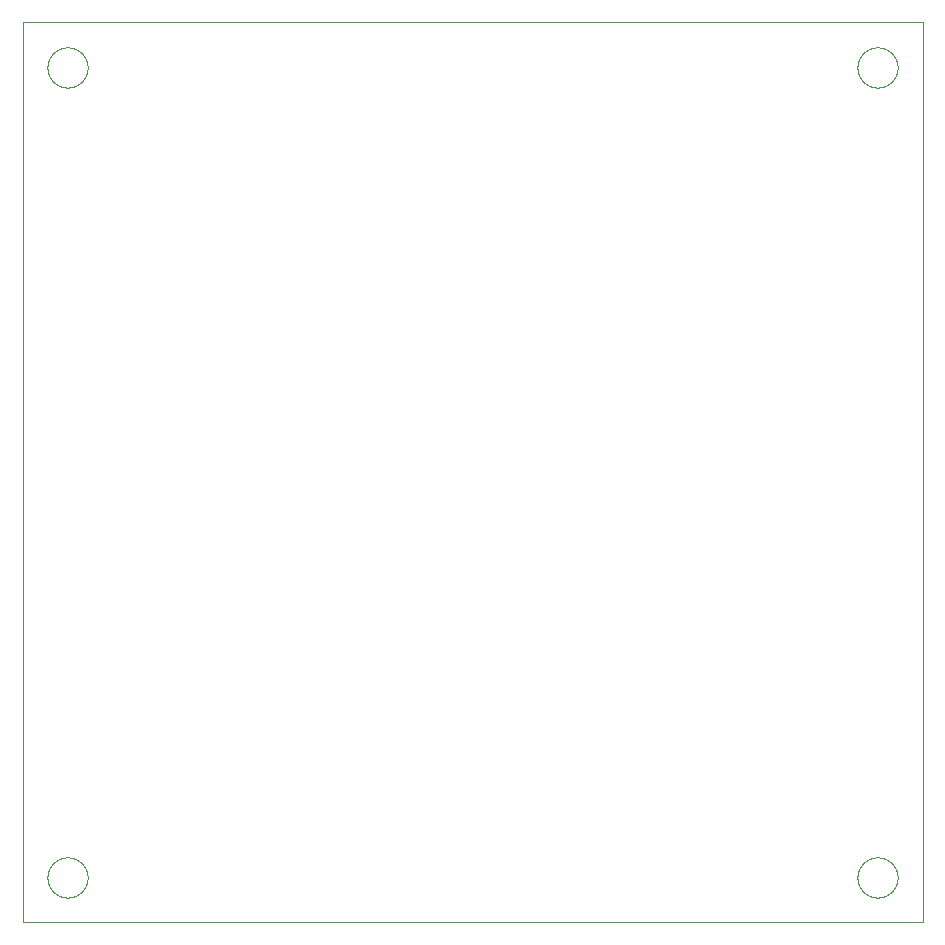
<source format=gko>
G75*
%MOIN*%
%OFA0B0*%
%FSLAX25Y25*%
%IPPOS*%
%LPD*%
%AMOC8*
5,1,8,0,0,1.08239X$1,22.5*
%
%ADD10C,0.00000*%
D10*
X0003300Y0013000D02*
X0003300Y0313000D01*
X0303300Y0313000D01*
X0303300Y0013000D01*
X0003300Y0013000D01*
X0011600Y0028000D02*
X0011602Y0028164D01*
X0011608Y0028329D01*
X0011618Y0028493D01*
X0011632Y0028657D01*
X0011650Y0028820D01*
X0011673Y0028983D01*
X0011699Y0029145D01*
X0011729Y0029307D01*
X0011763Y0029468D01*
X0011801Y0029628D01*
X0011843Y0029787D01*
X0011888Y0029945D01*
X0011938Y0030102D01*
X0011992Y0030257D01*
X0012049Y0030411D01*
X0012110Y0030564D01*
X0012175Y0030715D01*
X0012243Y0030865D01*
X0012315Y0031012D01*
X0012391Y0031158D01*
X0012470Y0031302D01*
X0012553Y0031444D01*
X0012639Y0031584D01*
X0012729Y0031722D01*
X0012822Y0031858D01*
X0012919Y0031991D01*
X0013018Y0032122D01*
X0013121Y0032250D01*
X0013227Y0032376D01*
X0013336Y0032499D01*
X0013448Y0032620D01*
X0013562Y0032738D01*
X0013680Y0032852D01*
X0013801Y0032964D01*
X0013924Y0033073D01*
X0014050Y0033179D01*
X0014178Y0033282D01*
X0014309Y0033381D01*
X0014442Y0033478D01*
X0014578Y0033571D01*
X0014716Y0033661D01*
X0014856Y0033747D01*
X0014998Y0033830D01*
X0015142Y0033909D01*
X0015288Y0033985D01*
X0015435Y0034057D01*
X0015585Y0034125D01*
X0015736Y0034190D01*
X0015889Y0034251D01*
X0016043Y0034308D01*
X0016198Y0034362D01*
X0016355Y0034412D01*
X0016513Y0034457D01*
X0016672Y0034499D01*
X0016832Y0034537D01*
X0016993Y0034571D01*
X0017155Y0034601D01*
X0017317Y0034627D01*
X0017480Y0034650D01*
X0017643Y0034668D01*
X0017807Y0034682D01*
X0017971Y0034692D01*
X0018136Y0034698D01*
X0018300Y0034700D01*
X0018464Y0034698D01*
X0018629Y0034692D01*
X0018793Y0034682D01*
X0018957Y0034668D01*
X0019120Y0034650D01*
X0019283Y0034627D01*
X0019445Y0034601D01*
X0019607Y0034571D01*
X0019768Y0034537D01*
X0019928Y0034499D01*
X0020087Y0034457D01*
X0020245Y0034412D01*
X0020402Y0034362D01*
X0020557Y0034308D01*
X0020711Y0034251D01*
X0020864Y0034190D01*
X0021015Y0034125D01*
X0021165Y0034057D01*
X0021312Y0033985D01*
X0021458Y0033909D01*
X0021602Y0033830D01*
X0021744Y0033747D01*
X0021884Y0033661D01*
X0022022Y0033571D01*
X0022158Y0033478D01*
X0022291Y0033381D01*
X0022422Y0033282D01*
X0022550Y0033179D01*
X0022676Y0033073D01*
X0022799Y0032964D01*
X0022920Y0032852D01*
X0023038Y0032738D01*
X0023152Y0032620D01*
X0023264Y0032499D01*
X0023373Y0032376D01*
X0023479Y0032250D01*
X0023582Y0032122D01*
X0023681Y0031991D01*
X0023778Y0031858D01*
X0023871Y0031722D01*
X0023961Y0031584D01*
X0024047Y0031444D01*
X0024130Y0031302D01*
X0024209Y0031158D01*
X0024285Y0031012D01*
X0024357Y0030865D01*
X0024425Y0030715D01*
X0024490Y0030564D01*
X0024551Y0030411D01*
X0024608Y0030257D01*
X0024662Y0030102D01*
X0024712Y0029945D01*
X0024757Y0029787D01*
X0024799Y0029628D01*
X0024837Y0029468D01*
X0024871Y0029307D01*
X0024901Y0029145D01*
X0024927Y0028983D01*
X0024950Y0028820D01*
X0024968Y0028657D01*
X0024982Y0028493D01*
X0024992Y0028329D01*
X0024998Y0028164D01*
X0025000Y0028000D01*
X0024998Y0027836D01*
X0024992Y0027671D01*
X0024982Y0027507D01*
X0024968Y0027343D01*
X0024950Y0027180D01*
X0024927Y0027017D01*
X0024901Y0026855D01*
X0024871Y0026693D01*
X0024837Y0026532D01*
X0024799Y0026372D01*
X0024757Y0026213D01*
X0024712Y0026055D01*
X0024662Y0025898D01*
X0024608Y0025743D01*
X0024551Y0025589D01*
X0024490Y0025436D01*
X0024425Y0025285D01*
X0024357Y0025135D01*
X0024285Y0024988D01*
X0024209Y0024842D01*
X0024130Y0024698D01*
X0024047Y0024556D01*
X0023961Y0024416D01*
X0023871Y0024278D01*
X0023778Y0024142D01*
X0023681Y0024009D01*
X0023582Y0023878D01*
X0023479Y0023750D01*
X0023373Y0023624D01*
X0023264Y0023501D01*
X0023152Y0023380D01*
X0023038Y0023262D01*
X0022920Y0023148D01*
X0022799Y0023036D01*
X0022676Y0022927D01*
X0022550Y0022821D01*
X0022422Y0022718D01*
X0022291Y0022619D01*
X0022158Y0022522D01*
X0022022Y0022429D01*
X0021884Y0022339D01*
X0021744Y0022253D01*
X0021602Y0022170D01*
X0021458Y0022091D01*
X0021312Y0022015D01*
X0021165Y0021943D01*
X0021015Y0021875D01*
X0020864Y0021810D01*
X0020711Y0021749D01*
X0020557Y0021692D01*
X0020402Y0021638D01*
X0020245Y0021588D01*
X0020087Y0021543D01*
X0019928Y0021501D01*
X0019768Y0021463D01*
X0019607Y0021429D01*
X0019445Y0021399D01*
X0019283Y0021373D01*
X0019120Y0021350D01*
X0018957Y0021332D01*
X0018793Y0021318D01*
X0018629Y0021308D01*
X0018464Y0021302D01*
X0018300Y0021300D01*
X0018136Y0021302D01*
X0017971Y0021308D01*
X0017807Y0021318D01*
X0017643Y0021332D01*
X0017480Y0021350D01*
X0017317Y0021373D01*
X0017155Y0021399D01*
X0016993Y0021429D01*
X0016832Y0021463D01*
X0016672Y0021501D01*
X0016513Y0021543D01*
X0016355Y0021588D01*
X0016198Y0021638D01*
X0016043Y0021692D01*
X0015889Y0021749D01*
X0015736Y0021810D01*
X0015585Y0021875D01*
X0015435Y0021943D01*
X0015288Y0022015D01*
X0015142Y0022091D01*
X0014998Y0022170D01*
X0014856Y0022253D01*
X0014716Y0022339D01*
X0014578Y0022429D01*
X0014442Y0022522D01*
X0014309Y0022619D01*
X0014178Y0022718D01*
X0014050Y0022821D01*
X0013924Y0022927D01*
X0013801Y0023036D01*
X0013680Y0023148D01*
X0013562Y0023262D01*
X0013448Y0023380D01*
X0013336Y0023501D01*
X0013227Y0023624D01*
X0013121Y0023750D01*
X0013018Y0023878D01*
X0012919Y0024009D01*
X0012822Y0024142D01*
X0012729Y0024278D01*
X0012639Y0024416D01*
X0012553Y0024556D01*
X0012470Y0024698D01*
X0012391Y0024842D01*
X0012315Y0024988D01*
X0012243Y0025135D01*
X0012175Y0025285D01*
X0012110Y0025436D01*
X0012049Y0025589D01*
X0011992Y0025743D01*
X0011938Y0025898D01*
X0011888Y0026055D01*
X0011843Y0026213D01*
X0011801Y0026372D01*
X0011763Y0026532D01*
X0011729Y0026693D01*
X0011699Y0026855D01*
X0011673Y0027017D01*
X0011650Y0027180D01*
X0011632Y0027343D01*
X0011618Y0027507D01*
X0011608Y0027671D01*
X0011602Y0027836D01*
X0011600Y0028000D01*
X0011600Y0298000D02*
X0011602Y0298164D01*
X0011608Y0298329D01*
X0011618Y0298493D01*
X0011632Y0298657D01*
X0011650Y0298820D01*
X0011673Y0298983D01*
X0011699Y0299145D01*
X0011729Y0299307D01*
X0011763Y0299468D01*
X0011801Y0299628D01*
X0011843Y0299787D01*
X0011888Y0299945D01*
X0011938Y0300102D01*
X0011992Y0300257D01*
X0012049Y0300411D01*
X0012110Y0300564D01*
X0012175Y0300715D01*
X0012243Y0300865D01*
X0012315Y0301012D01*
X0012391Y0301158D01*
X0012470Y0301302D01*
X0012553Y0301444D01*
X0012639Y0301584D01*
X0012729Y0301722D01*
X0012822Y0301858D01*
X0012919Y0301991D01*
X0013018Y0302122D01*
X0013121Y0302250D01*
X0013227Y0302376D01*
X0013336Y0302499D01*
X0013448Y0302620D01*
X0013562Y0302738D01*
X0013680Y0302852D01*
X0013801Y0302964D01*
X0013924Y0303073D01*
X0014050Y0303179D01*
X0014178Y0303282D01*
X0014309Y0303381D01*
X0014442Y0303478D01*
X0014578Y0303571D01*
X0014716Y0303661D01*
X0014856Y0303747D01*
X0014998Y0303830D01*
X0015142Y0303909D01*
X0015288Y0303985D01*
X0015435Y0304057D01*
X0015585Y0304125D01*
X0015736Y0304190D01*
X0015889Y0304251D01*
X0016043Y0304308D01*
X0016198Y0304362D01*
X0016355Y0304412D01*
X0016513Y0304457D01*
X0016672Y0304499D01*
X0016832Y0304537D01*
X0016993Y0304571D01*
X0017155Y0304601D01*
X0017317Y0304627D01*
X0017480Y0304650D01*
X0017643Y0304668D01*
X0017807Y0304682D01*
X0017971Y0304692D01*
X0018136Y0304698D01*
X0018300Y0304700D01*
X0018464Y0304698D01*
X0018629Y0304692D01*
X0018793Y0304682D01*
X0018957Y0304668D01*
X0019120Y0304650D01*
X0019283Y0304627D01*
X0019445Y0304601D01*
X0019607Y0304571D01*
X0019768Y0304537D01*
X0019928Y0304499D01*
X0020087Y0304457D01*
X0020245Y0304412D01*
X0020402Y0304362D01*
X0020557Y0304308D01*
X0020711Y0304251D01*
X0020864Y0304190D01*
X0021015Y0304125D01*
X0021165Y0304057D01*
X0021312Y0303985D01*
X0021458Y0303909D01*
X0021602Y0303830D01*
X0021744Y0303747D01*
X0021884Y0303661D01*
X0022022Y0303571D01*
X0022158Y0303478D01*
X0022291Y0303381D01*
X0022422Y0303282D01*
X0022550Y0303179D01*
X0022676Y0303073D01*
X0022799Y0302964D01*
X0022920Y0302852D01*
X0023038Y0302738D01*
X0023152Y0302620D01*
X0023264Y0302499D01*
X0023373Y0302376D01*
X0023479Y0302250D01*
X0023582Y0302122D01*
X0023681Y0301991D01*
X0023778Y0301858D01*
X0023871Y0301722D01*
X0023961Y0301584D01*
X0024047Y0301444D01*
X0024130Y0301302D01*
X0024209Y0301158D01*
X0024285Y0301012D01*
X0024357Y0300865D01*
X0024425Y0300715D01*
X0024490Y0300564D01*
X0024551Y0300411D01*
X0024608Y0300257D01*
X0024662Y0300102D01*
X0024712Y0299945D01*
X0024757Y0299787D01*
X0024799Y0299628D01*
X0024837Y0299468D01*
X0024871Y0299307D01*
X0024901Y0299145D01*
X0024927Y0298983D01*
X0024950Y0298820D01*
X0024968Y0298657D01*
X0024982Y0298493D01*
X0024992Y0298329D01*
X0024998Y0298164D01*
X0025000Y0298000D01*
X0024998Y0297836D01*
X0024992Y0297671D01*
X0024982Y0297507D01*
X0024968Y0297343D01*
X0024950Y0297180D01*
X0024927Y0297017D01*
X0024901Y0296855D01*
X0024871Y0296693D01*
X0024837Y0296532D01*
X0024799Y0296372D01*
X0024757Y0296213D01*
X0024712Y0296055D01*
X0024662Y0295898D01*
X0024608Y0295743D01*
X0024551Y0295589D01*
X0024490Y0295436D01*
X0024425Y0295285D01*
X0024357Y0295135D01*
X0024285Y0294988D01*
X0024209Y0294842D01*
X0024130Y0294698D01*
X0024047Y0294556D01*
X0023961Y0294416D01*
X0023871Y0294278D01*
X0023778Y0294142D01*
X0023681Y0294009D01*
X0023582Y0293878D01*
X0023479Y0293750D01*
X0023373Y0293624D01*
X0023264Y0293501D01*
X0023152Y0293380D01*
X0023038Y0293262D01*
X0022920Y0293148D01*
X0022799Y0293036D01*
X0022676Y0292927D01*
X0022550Y0292821D01*
X0022422Y0292718D01*
X0022291Y0292619D01*
X0022158Y0292522D01*
X0022022Y0292429D01*
X0021884Y0292339D01*
X0021744Y0292253D01*
X0021602Y0292170D01*
X0021458Y0292091D01*
X0021312Y0292015D01*
X0021165Y0291943D01*
X0021015Y0291875D01*
X0020864Y0291810D01*
X0020711Y0291749D01*
X0020557Y0291692D01*
X0020402Y0291638D01*
X0020245Y0291588D01*
X0020087Y0291543D01*
X0019928Y0291501D01*
X0019768Y0291463D01*
X0019607Y0291429D01*
X0019445Y0291399D01*
X0019283Y0291373D01*
X0019120Y0291350D01*
X0018957Y0291332D01*
X0018793Y0291318D01*
X0018629Y0291308D01*
X0018464Y0291302D01*
X0018300Y0291300D01*
X0018136Y0291302D01*
X0017971Y0291308D01*
X0017807Y0291318D01*
X0017643Y0291332D01*
X0017480Y0291350D01*
X0017317Y0291373D01*
X0017155Y0291399D01*
X0016993Y0291429D01*
X0016832Y0291463D01*
X0016672Y0291501D01*
X0016513Y0291543D01*
X0016355Y0291588D01*
X0016198Y0291638D01*
X0016043Y0291692D01*
X0015889Y0291749D01*
X0015736Y0291810D01*
X0015585Y0291875D01*
X0015435Y0291943D01*
X0015288Y0292015D01*
X0015142Y0292091D01*
X0014998Y0292170D01*
X0014856Y0292253D01*
X0014716Y0292339D01*
X0014578Y0292429D01*
X0014442Y0292522D01*
X0014309Y0292619D01*
X0014178Y0292718D01*
X0014050Y0292821D01*
X0013924Y0292927D01*
X0013801Y0293036D01*
X0013680Y0293148D01*
X0013562Y0293262D01*
X0013448Y0293380D01*
X0013336Y0293501D01*
X0013227Y0293624D01*
X0013121Y0293750D01*
X0013018Y0293878D01*
X0012919Y0294009D01*
X0012822Y0294142D01*
X0012729Y0294278D01*
X0012639Y0294416D01*
X0012553Y0294556D01*
X0012470Y0294698D01*
X0012391Y0294842D01*
X0012315Y0294988D01*
X0012243Y0295135D01*
X0012175Y0295285D01*
X0012110Y0295436D01*
X0012049Y0295589D01*
X0011992Y0295743D01*
X0011938Y0295898D01*
X0011888Y0296055D01*
X0011843Y0296213D01*
X0011801Y0296372D01*
X0011763Y0296532D01*
X0011729Y0296693D01*
X0011699Y0296855D01*
X0011673Y0297017D01*
X0011650Y0297180D01*
X0011632Y0297343D01*
X0011618Y0297507D01*
X0011608Y0297671D01*
X0011602Y0297836D01*
X0011600Y0298000D01*
X0281600Y0298000D02*
X0281602Y0298164D01*
X0281608Y0298329D01*
X0281618Y0298493D01*
X0281632Y0298657D01*
X0281650Y0298820D01*
X0281673Y0298983D01*
X0281699Y0299145D01*
X0281729Y0299307D01*
X0281763Y0299468D01*
X0281801Y0299628D01*
X0281843Y0299787D01*
X0281888Y0299945D01*
X0281938Y0300102D01*
X0281992Y0300257D01*
X0282049Y0300411D01*
X0282110Y0300564D01*
X0282175Y0300715D01*
X0282243Y0300865D01*
X0282315Y0301012D01*
X0282391Y0301158D01*
X0282470Y0301302D01*
X0282553Y0301444D01*
X0282639Y0301584D01*
X0282729Y0301722D01*
X0282822Y0301858D01*
X0282919Y0301991D01*
X0283018Y0302122D01*
X0283121Y0302250D01*
X0283227Y0302376D01*
X0283336Y0302499D01*
X0283448Y0302620D01*
X0283562Y0302738D01*
X0283680Y0302852D01*
X0283801Y0302964D01*
X0283924Y0303073D01*
X0284050Y0303179D01*
X0284178Y0303282D01*
X0284309Y0303381D01*
X0284442Y0303478D01*
X0284578Y0303571D01*
X0284716Y0303661D01*
X0284856Y0303747D01*
X0284998Y0303830D01*
X0285142Y0303909D01*
X0285288Y0303985D01*
X0285435Y0304057D01*
X0285585Y0304125D01*
X0285736Y0304190D01*
X0285889Y0304251D01*
X0286043Y0304308D01*
X0286198Y0304362D01*
X0286355Y0304412D01*
X0286513Y0304457D01*
X0286672Y0304499D01*
X0286832Y0304537D01*
X0286993Y0304571D01*
X0287155Y0304601D01*
X0287317Y0304627D01*
X0287480Y0304650D01*
X0287643Y0304668D01*
X0287807Y0304682D01*
X0287971Y0304692D01*
X0288136Y0304698D01*
X0288300Y0304700D01*
X0288464Y0304698D01*
X0288629Y0304692D01*
X0288793Y0304682D01*
X0288957Y0304668D01*
X0289120Y0304650D01*
X0289283Y0304627D01*
X0289445Y0304601D01*
X0289607Y0304571D01*
X0289768Y0304537D01*
X0289928Y0304499D01*
X0290087Y0304457D01*
X0290245Y0304412D01*
X0290402Y0304362D01*
X0290557Y0304308D01*
X0290711Y0304251D01*
X0290864Y0304190D01*
X0291015Y0304125D01*
X0291165Y0304057D01*
X0291312Y0303985D01*
X0291458Y0303909D01*
X0291602Y0303830D01*
X0291744Y0303747D01*
X0291884Y0303661D01*
X0292022Y0303571D01*
X0292158Y0303478D01*
X0292291Y0303381D01*
X0292422Y0303282D01*
X0292550Y0303179D01*
X0292676Y0303073D01*
X0292799Y0302964D01*
X0292920Y0302852D01*
X0293038Y0302738D01*
X0293152Y0302620D01*
X0293264Y0302499D01*
X0293373Y0302376D01*
X0293479Y0302250D01*
X0293582Y0302122D01*
X0293681Y0301991D01*
X0293778Y0301858D01*
X0293871Y0301722D01*
X0293961Y0301584D01*
X0294047Y0301444D01*
X0294130Y0301302D01*
X0294209Y0301158D01*
X0294285Y0301012D01*
X0294357Y0300865D01*
X0294425Y0300715D01*
X0294490Y0300564D01*
X0294551Y0300411D01*
X0294608Y0300257D01*
X0294662Y0300102D01*
X0294712Y0299945D01*
X0294757Y0299787D01*
X0294799Y0299628D01*
X0294837Y0299468D01*
X0294871Y0299307D01*
X0294901Y0299145D01*
X0294927Y0298983D01*
X0294950Y0298820D01*
X0294968Y0298657D01*
X0294982Y0298493D01*
X0294992Y0298329D01*
X0294998Y0298164D01*
X0295000Y0298000D01*
X0294998Y0297836D01*
X0294992Y0297671D01*
X0294982Y0297507D01*
X0294968Y0297343D01*
X0294950Y0297180D01*
X0294927Y0297017D01*
X0294901Y0296855D01*
X0294871Y0296693D01*
X0294837Y0296532D01*
X0294799Y0296372D01*
X0294757Y0296213D01*
X0294712Y0296055D01*
X0294662Y0295898D01*
X0294608Y0295743D01*
X0294551Y0295589D01*
X0294490Y0295436D01*
X0294425Y0295285D01*
X0294357Y0295135D01*
X0294285Y0294988D01*
X0294209Y0294842D01*
X0294130Y0294698D01*
X0294047Y0294556D01*
X0293961Y0294416D01*
X0293871Y0294278D01*
X0293778Y0294142D01*
X0293681Y0294009D01*
X0293582Y0293878D01*
X0293479Y0293750D01*
X0293373Y0293624D01*
X0293264Y0293501D01*
X0293152Y0293380D01*
X0293038Y0293262D01*
X0292920Y0293148D01*
X0292799Y0293036D01*
X0292676Y0292927D01*
X0292550Y0292821D01*
X0292422Y0292718D01*
X0292291Y0292619D01*
X0292158Y0292522D01*
X0292022Y0292429D01*
X0291884Y0292339D01*
X0291744Y0292253D01*
X0291602Y0292170D01*
X0291458Y0292091D01*
X0291312Y0292015D01*
X0291165Y0291943D01*
X0291015Y0291875D01*
X0290864Y0291810D01*
X0290711Y0291749D01*
X0290557Y0291692D01*
X0290402Y0291638D01*
X0290245Y0291588D01*
X0290087Y0291543D01*
X0289928Y0291501D01*
X0289768Y0291463D01*
X0289607Y0291429D01*
X0289445Y0291399D01*
X0289283Y0291373D01*
X0289120Y0291350D01*
X0288957Y0291332D01*
X0288793Y0291318D01*
X0288629Y0291308D01*
X0288464Y0291302D01*
X0288300Y0291300D01*
X0288136Y0291302D01*
X0287971Y0291308D01*
X0287807Y0291318D01*
X0287643Y0291332D01*
X0287480Y0291350D01*
X0287317Y0291373D01*
X0287155Y0291399D01*
X0286993Y0291429D01*
X0286832Y0291463D01*
X0286672Y0291501D01*
X0286513Y0291543D01*
X0286355Y0291588D01*
X0286198Y0291638D01*
X0286043Y0291692D01*
X0285889Y0291749D01*
X0285736Y0291810D01*
X0285585Y0291875D01*
X0285435Y0291943D01*
X0285288Y0292015D01*
X0285142Y0292091D01*
X0284998Y0292170D01*
X0284856Y0292253D01*
X0284716Y0292339D01*
X0284578Y0292429D01*
X0284442Y0292522D01*
X0284309Y0292619D01*
X0284178Y0292718D01*
X0284050Y0292821D01*
X0283924Y0292927D01*
X0283801Y0293036D01*
X0283680Y0293148D01*
X0283562Y0293262D01*
X0283448Y0293380D01*
X0283336Y0293501D01*
X0283227Y0293624D01*
X0283121Y0293750D01*
X0283018Y0293878D01*
X0282919Y0294009D01*
X0282822Y0294142D01*
X0282729Y0294278D01*
X0282639Y0294416D01*
X0282553Y0294556D01*
X0282470Y0294698D01*
X0282391Y0294842D01*
X0282315Y0294988D01*
X0282243Y0295135D01*
X0282175Y0295285D01*
X0282110Y0295436D01*
X0282049Y0295589D01*
X0281992Y0295743D01*
X0281938Y0295898D01*
X0281888Y0296055D01*
X0281843Y0296213D01*
X0281801Y0296372D01*
X0281763Y0296532D01*
X0281729Y0296693D01*
X0281699Y0296855D01*
X0281673Y0297017D01*
X0281650Y0297180D01*
X0281632Y0297343D01*
X0281618Y0297507D01*
X0281608Y0297671D01*
X0281602Y0297836D01*
X0281600Y0298000D01*
X0281600Y0028000D02*
X0281602Y0028164D01*
X0281608Y0028329D01*
X0281618Y0028493D01*
X0281632Y0028657D01*
X0281650Y0028820D01*
X0281673Y0028983D01*
X0281699Y0029145D01*
X0281729Y0029307D01*
X0281763Y0029468D01*
X0281801Y0029628D01*
X0281843Y0029787D01*
X0281888Y0029945D01*
X0281938Y0030102D01*
X0281992Y0030257D01*
X0282049Y0030411D01*
X0282110Y0030564D01*
X0282175Y0030715D01*
X0282243Y0030865D01*
X0282315Y0031012D01*
X0282391Y0031158D01*
X0282470Y0031302D01*
X0282553Y0031444D01*
X0282639Y0031584D01*
X0282729Y0031722D01*
X0282822Y0031858D01*
X0282919Y0031991D01*
X0283018Y0032122D01*
X0283121Y0032250D01*
X0283227Y0032376D01*
X0283336Y0032499D01*
X0283448Y0032620D01*
X0283562Y0032738D01*
X0283680Y0032852D01*
X0283801Y0032964D01*
X0283924Y0033073D01*
X0284050Y0033179D01*
X0284178Y0033282D01*
X0284309Y0033381D01*
X0284442Y0033478D01*
X0284578Y0033571D01*
X0284716Y0033661D01*
X0284856Y0033747D01*
X0284998Y0033830D01*
X0285142Y0033909D01*
X0285288Y0033985D01*
X0285435Y0034057D01*
X0285585Y0034125D01*
X0285736Y0034190D01*
X0285889Y0034251D01*
X0286043Y0034308D01*
X0286198Y0034362D01*
X0286355Y0034412D01*
X0286513Y0034457D01*
X0286672Y0034499D01*
X0286832Y0034537D01*
X0286993Y0034571D01*
X0287155Y0034601D01*
X0287317Y0034627D01*
X0287480Y0034650D01*
X0287643Y0034668D01*
X0287807Y0034682D01*
X0287971Y0034692D01*
X0288136Y0034698D01*
X0288300Y0034700D01*
X0288464Y0034698D01*
X0288629Y0034692D01*
X0288793Y0034682D01*
X0288957Y0034668D01*
X0289120Y0034650D01*
X0289283Y0034627D01*
X0289445Y0034601D01*
X0289607Y0034571D01*
X0289768Y0034537D01*
X0289928Y0034499D01*
X0290087Y0034457D01*
X0290245Y0034412D01*
X0290402Y0034362D01*
X0290557Y0034308D01*
X0290711Y0034251D01*
X0290864Y0034190D01*
X0291015Y0034125D01*
X0291165Y0034057D01*
X0291312Y0033985D01*
X0291458Y0033909D01*
X0291602Y0033830D01*
X0291744Y0033747D01*
X0291884Y0033661D01*
X0292022Y0033571D01*
X0292158Y0033478D01*
X0292291Y0033381D01*
X0292422Y0033282D01*
X0292550Y0033179D01*
X0292676Y0033073D01*
X0292799Y0032964D01*
X0292920Y0032852D01*
X0293038Y0032738D01*
X0293152Y0032620D01*
X0293264Y0032499D01*
X0293373Y0032376D01*
X0293479Y0032250D01*
X0293582Y0032122D01*
X0293681Y0031991D01*
X0293778Y0031858D01*
X0293871Y0031722D01*
X0293961Y0031584D01*
X0294047Y0031444D01*
X0294130Y0031302D01*
X0294209Y0031158D01*
X0294285Y0031012D01*
X0294357Y0030865D01*
X0294425Y0030715D01*
X0294490Y0030564D01*
X0294551Y0030411D01*
X0294608Y0030257D01*
X0294662Y0030102D01*
X0294712Y0029945D01*
X0294757Y0029787D01*
X0294799Y0029628D01*
X0294837Y0029468D01*
X0294871Y0029307D01*
X0294901Y0029145D01*
X0294927Y0028983D01*
X0294950Y0028820D01*
X0294968Y0028657D01*
X0294982Y0028493D01*
X0294992Y0028329D01*
X0294998Y0028164D01*
X0295000Y0028000D01*
X0294998Y0027836D01*
X0294992Y0027671D01*
X0294982Y0027507D01*
X0294968Y0027343D01*
X0294950Y0027180D01*
X0294927Y0027017D01*
X0294901Y0026855D01*
X0294871Y0026693D01*
X0294837Y0026532D01*
X0294799Y0026372D01*
X0294757Y0026213D01*
X0294712Y0026055D01*
X0294662Y0025898D01*
X0294608Y0025743D01*
X0294551Y0025589D01*
X0294490Y0025436D01*
X0294425Y0025285D01*
X0294357Y0025135D01*
X0294285Y0024988D01*
X0294209Y0024842D01*
X0294130Y0024698D01*
X0294047Y0024556D01*
X0293961Y0024416D01*
X0293871Y0024278D01*
X0293778Y0024142D01*
X0293681Y0024009D01*
X0293582Y0023878D01*
X0293479Y0023750D01*
X0293373Y0023624D01*
X0293264Y0023501D01*
X0293152Y0023380D01*
X0293038Y0023262D01*
X0292920Y0023148D01*
X0292799Y0023036D01*
X0292676Y0022927D01*
X0292550Y0022821D01*
X0292422Y0022718D01*
X0292291Y0022619D01*
X0292158Y0022522D01*
X0292022Y0022429D01*
X0291884Y0022339D01*
X0291744Y0022253D01*
X0291602Y0022170D01*
X0291458Y0022091D01*
X0291312Y0022015D01*
X0291165Y0021943D01*
X0291015Y0021875D01*
X0290864Y0021810D01*
X0290711Y0021749D01*
X0290557Y0021692D01*
X0290402Y0021638D01*
X0290245Y0021588D01*
X0290087Y0021543D01*
X0289928Y0021501D01*
X0289768Y0021463D01*
X0289607Y0021429D01*
X0289445Y0021399D01*
X0289283Y0021373D01*
X0289120Y0021350D01*
X0288957Y0021332D01*
X0288793Y0021318D01*
X0288629Y0021308D01*
X0288464Y0021302D01*
X0288300Y0021300D01*
X0288136Y0021302D01*
X0287971Y0021308D01*
X0287807Y0021318D01*
X0287643Y0021332D01*
X0287480Y0021350D01*
X0287317Y0021373D01*
X0287155Y0021399D01*
X0286993Y0021429D01*
X0286832Y0021463D01*
X0286672Y0021501D01*
X0286513Y0021543D01*
X0286355Y0021588D01*
X0286198Y0021638D01*
X0286043Y0021692D01*
X0285889Y0021749D01*
X0285736Y0021810D01*
X0285585Y0021875D01*
X0285435Y0021943D01*
X0285288Y0022015D01*
X0285142Y0022091D01*
X0284998Y0022170D01*
X0284856Y0022253D01*
X0284716Y0022339D01*
X0284578Y0022429D01*
X0284442Y0022522D01*
X0284309Y0022619D01*
X0284178Y0022718D01*
X0284050Y0022821D01*
X0283924Y0022927D01*
X0283801Y0023036D01*
X0283680Y0023148D01*
X0283562Y0023262D01*
X0283448Y0023380D01*
X0283336Y0023501D01*
X0283227Y0023624D01*
X0283121Y0023750D01*
X0283018Y0023878D01*
X0282919Y0024009D01*
X0282822Y0024142D01*
X0282729Y0024278D01*
X0282639Y0024416D01*
X0282553Y0024556D01*
X0282470Y0024698D01*
X0282391Y0024842D01*
X0282315Y0024988D01*
X0282243Y0025135D01*
X0282175Y0025285D01*
X0282110Y0025436D01*
X0282049Y0025589D01*
X0281992Y0025743D01*
X0281938Y0025898D01*
X0281888Y0026055D01*
X0281843Y0026213D01*
X0281801Y0026372D01*
X0281763Y0026532D01*
X0281729Y0026693D01*
X0281699Y0026855D01*
X0281673Y0027017D01*
X0281650Y0027180D01*
X0281632Y0027343D01*
X0281618Y0027507D01*
X0281608Y0027671D01*
X0281602Y0027836D01*
X0281600Y0028000D01*
M02*

</source>
